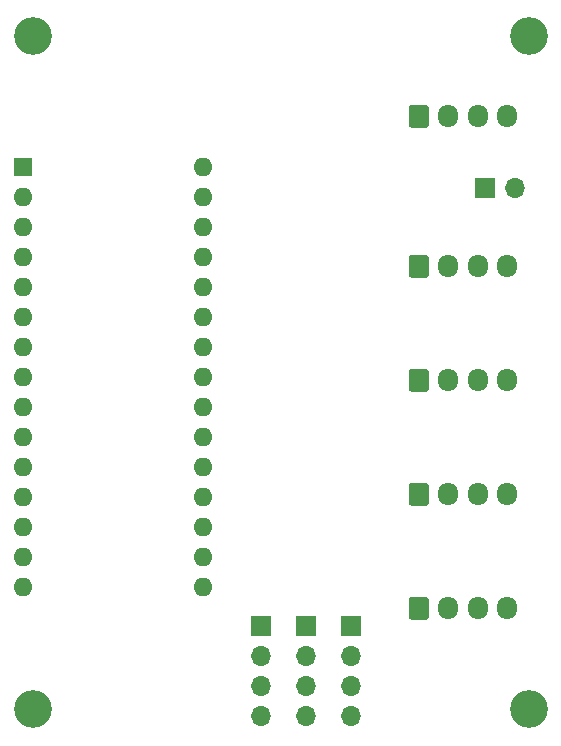
<source format=gbr>
%TF.GenerationSoftware,KiCad,Pcbnew,(5.1.9)-1*%
%TF.CreationDate,2021-07-30T23:28:39+09:30*%
%TF.ProjectId,tyre_temp_sense,74797265-5f74-4656-9d70-5f73656e7365,rev?*%
%TF.SameCoordinates,Original*%
%TF.FileFunction,Soldermask,Bot*%
%TF.FilePolarity,Negative*%
%FSLAX46Y46*%
G04 Gerber Fmt 4.6, Leading zero omitted, Abs format (unit mm)*
G04 Created by KiCad (PCBNEW (5.1.9)-1) date 2021-07-30 23:28:39*
%MOMM*%
%LPD*%
G01*
G04 APERTURE LIST*
%ADD10O,1.600000X1.600000*%
%ADD11R,1.600000X1.600000*%
%ADD12O,1.700000X1.700000*%
%ADD13R,1.700000X1.700000*%
%ADD14C,3.200000*%
%ADD15O,1.700000X1.950000*%
G04 APERTURE END LIST*
D10*
%TO.C,A1*%
X88392000Y-90678000D03*
X73152000Y-90678000D03*
X88392000Y-55118000D03*
X73152000Y-88138000D03*
X88392000Y-57658000D03*
X73152000Y-85598000D03*
X88392000Y-60198000D03*
X73152000Y-83058000D03*
X88392000Y-62738000D03*
X73152000Y-80518000D03*
X88392000Y-65278000D03*
X73152000Y-77978000D03*
X88392000Y-67818000D03*
X73152000Y-75438000D03*
X88392000Y-70358000D03*
X73152000Y-72898000D03*
X88392000Y-72898000D03*
X73152000Y-70358000D03*
X88392000Y-75438000D03*
X73152000Y-67818000D03*
X88392000Y-77978000D03*
X73152000Y-65278000D03*
X88392000Y-80518000D03*
X73152000Y-62738000D03*
X88392000Y-83058000D03*
X73152000Y-60198000D03*
X88392000Y-85598000D03*
X73152000Y-57658000D03*
X88392000Y-88138000D03*
D11*
X73152000Y-55118000D03*
%TD*%
D12*
%TO.C,J9*%
X97155000Y-101600000D03*
X97155000Y-99060000D03*
X97155000Y-96520000D03*
D13*
X97155000Y-93980000D03*
%TD*%
D12*
%TO.C,J3*%
X93345000Y-101600000D03*
X93345000Y-99060000D03*
X93345000Y-96520000D03*
D13*
X93345000Y-93980000D03*
%TD*%
D12*
%TO.C,J2*%
X100965000Y-101600000D03*
X100965000Y-99060000D03*
X100965000Y-96520000D03*
D13*
X100965000Y-93980000D03*
%TD*%
D14*
%TO.C,REF\u002A\u002A*%
X116000000Y-101000000D03*
%TD*%
%TO.C,REF\u002A\u002A*%
X116000000Y-44000000D03*
%TD*%
%TO.C,REF\u002A\u002A*%
X74000000Y-44000000D03*
%TD*%
%TO.C,REF\u002A\u002A*%
X74000000Y-101000000D03*
%TD*%
D12*
%TO.C,J8*%
X114808000Y-56896000D03*
D13*
X112268000Y-56896000D03*
%TD*%
D15*
%TO.C,J7*%
X114180000Y-63500000D03*
X111680000Y-63500000D03*
X109180000Y-63500000D03*
G36*
G01*
X105830000Y-64225000D02*
X105830000Y-62775000D01*
G75*
G02*
X106080000Y-62525000I250000J0D01*
G01*
X107280000Y-62525000D01*
G75*
G02*
X107530000Y-62775000I0J-250000D01*
G01*
X107530000Y-64225000D01*
G75*
G02*
X107280000Y-64475000I-250000J0D01*
G01*
X106080000Y-64475000D01*
G75*
G02*
X105830000Y-64225000I0J250000D01*
G01*
G37*
%TD*%
%TO.C,J6*%
X114180000Y-73152000D03*
X111680000Y-73152000D03*
X109180000Y-73152000D03*
G36*
G01*
X105830000Y-73877000D02*
X105830000Y-72427000D01*
G75*
G02*
X106080000Y-72177000I250000J0D01*
G01*
X107280000Y-72177000D01*
G75*
G02*
X107530000Y-72427000I0J-250000D01*
G01*
X107530000Y-73877000D01*
G75*
G02*
X107280000Y-74127000I-250000J0D01*
G01*
X106080000Y-74127000D01*
G75*
G02*
X105830000Y-73877000I0J250000D01*
G01*
G37*
%TD*%
%TO.C,J5*%
X114180000Y-82804000D03*
X111680000Y-82804000D03*
X109180000Y-82804000D03*
G36*
G01*
X105830000Y-83529000D02*
X105830000Y-82079000D01*
G75*
G02*
X106080000Y-81829000I250000J0D01*
G01*
X107280000Y-81829000D01*
G75*
G02*
X107530000Y-82079000I0J-250000D01*
G01*
X107530000Y-83529000D01*
G75*
G02*
X107280000Y-83779000I-250000J0D01*
G01*
X106080000Y-83779000D01*
G75*
G02*
X105830000Y-83529000I0J250000D01*
G01*
G37*
%TD*%
%TO.C,J4*%
X114180000Y-92456000D03*
X111680000Y-92456000D03*
X109180000Y-92456000D03*
G36*
G01*
X105830000Y-93181000D02*
X105830000Y-91731000D01*
G75*
G02*
X106080000Y-91481000I250000J0D01*
G01*
X107280000Y-91481000D01*
G75*
G02*
X107530000Y-91731000I0J-250000D01*
G01*
X107530000Y-93181000D01*
G75*
G02*
X107280000Y-93431000I-250000J0D01*
G01*
X106080000Y-93431000D01*
G75*
G02*
X105830000Y-93181000I0J250000D01*
G01*
G37*
%TD*%
%TO.C,J1*%
X114180000Y-50800000D03*
X111680000Y-50800000D03*
X109180000Y-50800000D03*
G36*
G01*
X105830000Y-51525000D02*
X105830000Y-50075000D01*
G75*
G02*
X106080000Y-49825000I250000J0D01*
G01*
X107280000Y-49825000D01*
G75*
G02*
X107530000Y-50075000I0J-250000D01*
G01*
X107530000Y-51525000D01*
G75*
G02*
X107280000Y-51775000I-250000J0D01*
G01*
X106080000Y-51775000D01*
G75*
G02*
X105830000Y-51525000I0J250000D01*
G01*
G37*
%TD*%
M02*

</source>
